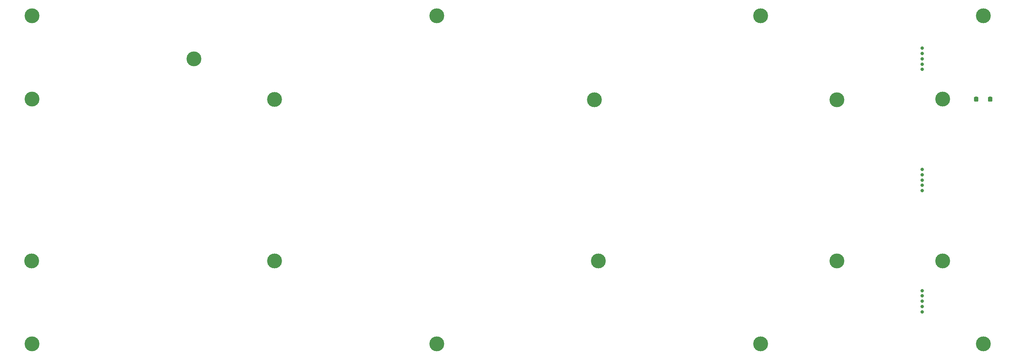
<source format=gbr>
G04 #@! TF.GenerationSoftware,KiCad,Pcbnew,(5.1.10-1-10_14)*
G04 #@! TF.CreationDate,2021-08-09T18:52:42-05:00*
G04 #@! TF.ProjectId,ori_bottom_plate,6f72695f-626f-4747-946f-6d5f706c6174,rev?*
G04 #@! TF.SameCoordinates,Original*
G04 #@! TF.FileFunction,Soldermask,Top*
G04 #@! TF.FilePolarity,Negative*
%FSLAX46Y46*%
G04 Gerber Fmt 4.6, Leading zero omitted, Abs format (unit mm)*
G04 Created by KiCad (PCBNEW (5.1.10-1-10_14)) date 2021-08-09 18:52:42*
%MOMM*%
%LPD*%
G01*
G04 APERTURE LIST*
%ADD10C,3.500000*%
%ADD11C,0.800000*%
G04 APERTURE END LIST*
D10*
X389361002Y-117264265D03*
X389361002Y-39873575D03*
X336973458Y-117264265D03*
X336973458Y-39873575D03*
X260773394Y-117264265D03*
X260773394Y-39873575D03*
X165523314Y-117264265D03*
X165523314Y-39873575D03*
G36*
G01*
X388211370Y-59168840D02*
X388211370Y-59868840D01*
G75*
G02*
X387961370Y-60118840I-250000J0D01*
G01*
X387461370Y-60118840D01*
G75*
G02*
X387211370Y-59868840I0J250000D01*
G01*
X387211370Y-59168840D01*
G75*
G02*
X387461370Y-58918840I250000J0D01*
G01*
X387961370Y-58918840D01*
G75*
G02*
X388211370Y-59168840I0J-250000D01*
G01*
G37*
G36*
G01*
X391511370Y-59168840D02*
X391511370Y-59868840D01*
G75*
G02*
X391261370Y-60118840I-250000J0D01*
G01*
X390761370Y-60118840D01*
G75*
G02*
X390511370Y-59868840I0J250000D01*
G01*
X390511370Y-59168840D01*
G75*
G02*
X390761370Y-58918840I250000J0D01*
G01*
X391261370Y-58918840D01*
G75*
G02*
X391511370Y-59168840I0J-250000D01*
G01*
G37*
X379836330Y-97659743D03*
X379836330Y-59518840D03*
D11*
X375048450Y-52493800D03*
X375048450Y-51243800D03*
X375048450Y-47493800D03*
X375048450Y-48743800D03*
X375048450Y-49993800D03*
X375048450Y-109656700D03*
X375048450Y-108406700D03*
X375048450Y-104656700D03*
X375048450Y-105906700D03*
X375048450Y-107156700D03*
X375048450Y-81081580D03*
X375048450Y-79831580D03*
X375048450Y-76081580D03*
X375048450Y-77331580D03*
X375048450Y-78581580D03*
D10*
X203623090Y-49993800D03*
X354920000Y-97660000D03*
X354920000Y-59660000D03*
X298848130Y-97631660D03*
X297920000Y-59660000D03*
X222647810Y-97631660D03*
X222647810Y-59531500D03*
X165523314Y-59518904D03*
X165497570Y-97631660D03*
M02*

</source>
